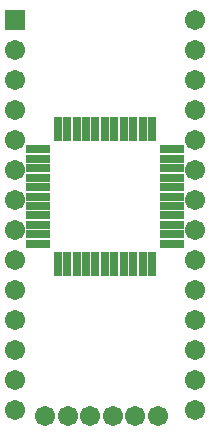
<source format=gts>
G04 DipTrace 3.0.0.2*
G04 82S100replacement.GTS*
%MOMM*%
G04 #@! TF.FileFunction,Soldermask,Top*
G04 #@! TF.Part,Single*
%ADD32C,1.704*%
%ADD34R,0.704X2.004*%
%ADD36R,2.004X0.704*%
%ADD38C,1.704*%
%ADD40R,1.704X1.704*%
%FSLAX35Y35*%
G04*
G71*
G90*
G75*
G01*
G04 TopMask*
%LPD*%
D40*
X1159550Y4572673D3*
D38*
Y4318673D3*
Y4064673D3*
Y3810673D3*
Y3556673D3*
Y3302673D3*
Y3048673D3*
Y2794673D3*
Y2540673D3*
Y2286673D3*
Y2032673D3*
Y1778673D3*
Y1524673D3*
Y1270673D3*
X2683550D3*
Y1524673D3*
Y1778673D3*
Y2032673D3*
Y2286673D3*
Y2540673D3*
Y2794673D3*
Y3048673D3*
Y3302673D3*
Y3556673D3*
Y3810673D3*
Y4064673D3*
Y4318673D3*
Y4572673D3*
D36*
X1350050Y3477300D3*
Y3397300D3*
Y3317300D3*
Y3237300D3*
Y3157300D3*
Y3077300D3*
Y2997300D3*
Y2917300D3*
Y2837300D3*
Y2757300D3*
Y2677300D3*
D34*
X1520050Y2507300D3*
X1600050D3*
X1680050D3*
X1760050D3*
X1840050D3*
X1920050D3*
X2000050D3*
X2080050D3*
X2160050D3*
X2240050D3*
X2320050D3*
D36*
X2490050Y2677300D3*
Y2757300D3*
Y2837300D3*
Y2917300D3*
Y2997300D3*
Y3077300D3*
Y3157300D3*
Y3237300D3*
Y3317300D3*
Y3397300D3*
Y3477300D3*
D34*
X2320050Y3647300D3*
X2240050D3*
X2160050D3*
X2080050D3*
X2000050D3*
X1920050D3*
X1840050D3*
X1760050D3*
X1680050D3*
X1600050D3*
X1520050D3*
D32*
X1413550Y1223050D3*
X1604050D3*
X1794550D3*
X1985050D3*
X2175550D3*
X2366050D3*
M02*

</source>
